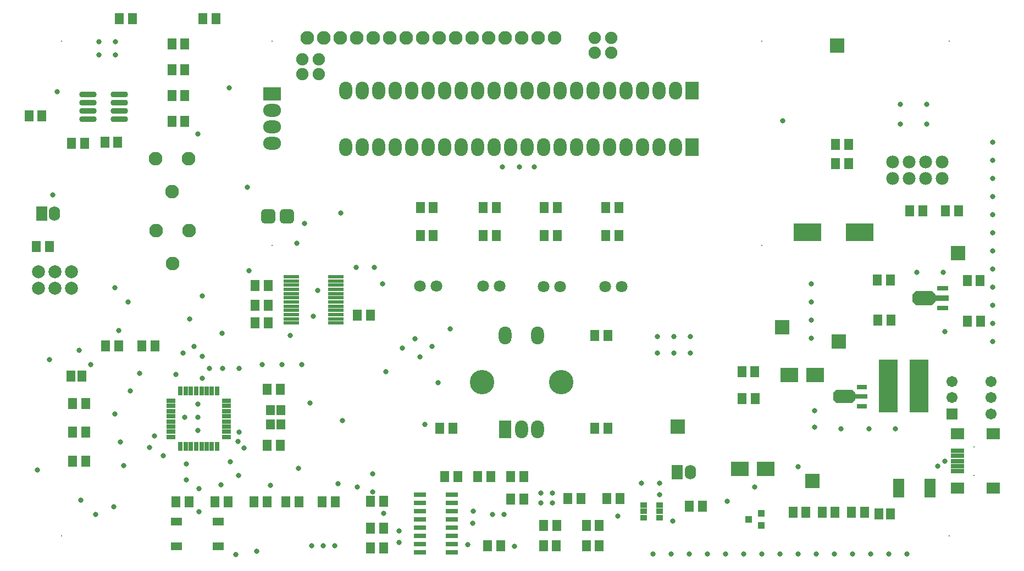
<source format=gts>
G04*
G04 #@! TF.GenerationSoftware,Altium Limited,CircuitMaker,2.2.1 (2.2.1.6)*
G04*
G04 Layer_Color=20142*
%FSLAX25Y25*%
%MOIN*%
G70*
G04*
G04 #@! TF.SameCoordinates,F28D2559-F737-4891-B1EB-476E9D30A9FA*
G04*
G04*
G04 #@! TF.FilePolarity,Negative*
G04*
G01*
G75*
%ADD45R,0.16548X0.10642*%
%ADD46R,0.05524X0.06509*%
%ADD47R,0.08280X0.06509*%
%ADD48R,0.08280X0.02768*%
%ADD49R,0.07493X0.03162*%
%ADD50R,0.09800X0.02300*%
%ADD51R,0.05800X0.03000*%
%ADD52R,0.10642X0.08674*%
%ADD53R,0.07099X0.03162*%
%ADD54R,0.08674X0.03556*%
G04:AMPARAMS|DCode=55|XSize=86.74mil|YSize=141.86mil|CornerRadius=0mil|HoleSize=0mil|Usage=FLASHONLY|Rotation=270.000|XOffset=0mil|YOffset=0mil|HoleType=Round|Shape=Octagon|*
%AMOCTAGOND55*
4,1,8,0.07093,0.02168,0.07093,-0.02168,0.04924,-0.04337,-0.04924,-0.04337,-0.07093,-0.02168,-0.07093,0.02168,-0.04924,0.04337,0.04924,0.04337,0.07093,0.02168,0.0*
%
%ADD55OCTAGOND55*%

%ADD56R,0.03000X0.05800*%
G04:AMPARAMS|DCode=57|XSize=88mil|YSize=88mil|CornerRadius=24mil|HoleSize=0mil|Usage=FLASHONLY|Rotation=0.000|XOffset=0mil|YOffset=0mil|HoleType=Round|Shape=RoundedRectangle|*
%AMROUNDEDRECTD57*
21,1,0.08800,0.04000,0,0,0.0*
21,1,0.04000,0.08800,0,0,0.0*
1,1,0.04800,0.02000,-0.02000*
1,1,0.04800,-0.02000,-0.02000*
1,1,0.04800,-0.02000,0.02000*
1,1,0.04800,0.02000,0.02000*
%
%ADD57ROUNDEDRECTD57*%
%ADD58R,0.04343X0.03359*%
%ADD59R,0.08674X0.08674*%
%ADD60R,0.05328X0.06509*%
%ADD61R,0.06900X0.11700*%
%ADD62R,0.05328X0.06312*%
%ADD63R,0.07099X0.04737*%
%ADD64O,0.10642X0.03556*%
%ADD65R,0.04343X0.03950*%
%ADD66R,0.11430X0.32296*%
%ADD67R,0.06312X0.03162*%
%ADD68R,0.07887X0.03162*%
G04:AMPARAMS|DCode=69|XSize=82.8mil|YSize=133.98mil|CornerRadius=0mil|HoleSize=0mil|Usage=FLASHONLY|Rotation=270.000|XOffset=0mil|YOffset=0mil|HoleType=Round|Shape=Octagon|*
%AMOCTAGOND69*
4,1,8,0.06699,0.02070,0.06699,-0.02070,0.04629,-0.04140,-0.04629,-0.04140,-0.06699,-0.02070,-0.06699,0.02070,-0.04629,0.04140,0.04629,0.04140,0.06699,0.02070,0.0*
%
%ADD69OCTAGOND69*%

%ADD70C,0.00800*%
%ADD71C,0.07099*%
%ADD72O,0.07887X0.10800*%
%ADD73R,0.07887X0.10800*%
%ADD74C,0.07493*%
%ADD75O,0.07800X0.10800*%
%ADD76C,0.14800*%
%ADD77R,0.07800X0.10800*%
%ADD78C,0.08300*%
%ADD79C,0.07887*%
%ADD80R,0.06800X0.08800*%
%ADD81O,0.06800X0.08800*%
%ADD82O,0.10800X0.07887*%
%ADD83R,0.10800X0.07887*%
%ADD84C,0.07800*%
%ADD85C,0.06706*%
%ADD86R,0.06706X0.06706*%
%ADD87C,0.03300*%
D45*
X1114257Y459109D02*
D03*
X1082761D02*
D03*
D46*
X825637Y295855D02*
D03*
X817763D02*
D03*
X796179Y295738D02*
D03*
X788305D02*
D03*
X774285Y295706D02*
D03*
X766411D02*
D03*
X1099700Y500915D02*
D03*
X1107574D02*
D03*
X747626Y427000D02*
D03*
X755500D02*
D03*
X953763Y396620D02*
D03*
X961637D02*
D03*
X746911Y295701D02*
D03*
X754785D02*
D03*
X882660Y310980D02*
D03*
X890534D02*
D03*
X910584D02*
D03*
X902710D02*
D03*
Y297206D02*
D03*
X910584D02*
D03*
X862610Y310980D02*
D03*
X870484D02*
D03*
X825637Y279500D02*
D03*
X817763D02*
D03*
X699715Y295701D02*
D03*
X707589D02*
D03*
X723313D02*
D03*
X731187D02*
D03*
X614911Y450669D02*
D03*
X622785D02*
D03*
X665263Y588880D02*
D03*
X673137D02*
D03*
X723783Y588880D02*
D03*
X715909D02*
D03*
X1099700Y512500D02*
D03*
X1107574D02*
D03*
X1144600Y472300D02*
D03*
X1152474D02*
D03*
X1174237D02*
D03*
X1166363D02*
D03*
X1179563Y429800D02*
D03*
X1187437D02*
D03*
X1179663Y405400D02*
D03*
X1187537D02*
D03*
X1132937Y430100D02*
D03*
X1125063D02*
D03*
X1133137Y406000D02*
D03*
X1125263D02*
D03*
X968811Y297534D02*
D03*
X960937D02*
D03*
X817763Y267619D02*
D03*
X825637D02*
D03*
X948543Y268800D02*
D03*
X956417D02*
D03*
X953763Y340420D02*
D03*
X961637D02*
D03*
X859763Y340270D02*
D03*
X867637D02*
D03*
X968182Y457200D02*
D03*
X960308D02*
D03*
X930782D02*
D03*
X922908D02*
D03*
X893982D02*
D03*
X886108D02*
D03*
X855728D02*
D03*
X847854D02*
D03*
X747626Y404400D02*
D03*
X755500D02*
D03*
X747626Y414900D02*
D03*
X755500D02*
D03*
X1073782Y289129D02*
D03*
X1081656Y289129D02*
D03*
X809663Y408900D02*
D03*
X817537D02*
D03*
X1043110Y358102D02*
D03*
X1050984D02*
D03*
X656563Y513954D02*
D03*
X664437D02*
D03*
X1117160Y289129D02*
D03*
X1109286D02*
D03*
X697163Y526646D02*
D03*
X705037D02*
D03*
X697163Y573546D02*
D03*
X705037D02*
D03*
X636263Y513354D02*
D03*
X644137D02*
D03*
X930782Y474289D02*
D03*
X922908D02*
D03*
X705037Y542280D02*
D03*
X697163D02*
D03*
Y557913D02*
D03*
X705037D02*
D03*
X618373Y529880D02*
D03*
X610499D02*
D03*
X893982Y474289D02*
D03*
X886108D02*
D03*
X855728D02*
D03*
X847854D02*
D03*
X968182D02*
D03*
X960308D02*
D03*
X679111Y390299D02*
D03*
X686985D02*
D03*
X664785Y390247D02*
D03*
X656911D02*
D03*
X888765Y268800D02*
D03*
X896639D02*
D03*
X1091534Y289129D02*
D03*
X1099408D02*
D03*
X755062Y330000D02*
D03*
X762936D02*
D03*
X644785Y320399D02*
D03*
X636911D02*
D03*
X755062Y364004D02*
D03*
X762936D02*
D03*
X644785Y337861D02*
D03*
X636911D02*
D03*
X922538Y268800D02*
D03*
X930412D02*
D03*
X948543Y281267D02*
D03*
X956417D02*
D03*
X930637D02*
D03*
X922763D02*
D03*
X644785Y355323D02*
D03*
X636911D02*
D03*
X1011063Y293067D02*
D03*
X1018937D02*
D03*
X945189Y297534D02*
D03*
X937315D02*
D03*
X1042861Y374471D02*
D03*
X1050735D02*
D03*
D47*
X1173473Y303865D02*
D03*
X1195127D02*
D03*
X1195127Y336935D02*
D03*
X1173473D02*
D03*
D48*
Y326699D02*
D03*
Y323550D02*
D03*
Y320400D02*
D03*
Y317250D02*
D03*
Y314101D02*
D03*
D49*
X867046Y264800D02*
D03*
Y269800D02*
D03*
Y274800D02*
D03*
Y279800D02*
D03*
Y284800D02*
D03*
Y289800D02*
D03*
Y294800D02*
D03*
Y299800D02*
D03*
X847754Y264800D02*
D03*
Y269800D02*
D03*
Y274800D02*
D03*
Y279800D02*
D03*
Y284800D02*
D03*
Y289800D02*
D03*
Y294800D02*
D03*
Y299800D02*
D03*
D50*
X796700Y404125D02*
D03*
Y406684D02*
D03*
Y409243D02*
D03*
Y411802D02*
D03*
Y414361D02*
D03*
Y416920D02*
D03*
Y419479D02*
D03*
Y422038D02*
D03*
Y424597D02*
D03*
Y427156D02*
D03*
Y429715D02*
D03*
Y432274D02*
D03*
X769700D02*
D03*
Y429715D02*
D03*
Y427156D02*
D03*
Y424597D02*
D03*
Y422038D02*
D03*
Y419479D02*
D03*
Y416920D02*
D03*
Y414361D02*
D03*
Y411802D02*
D03*
Y409243D02*
D03*
Y406684D02*
D03*
Y404125D02*
D03*
D51*
X730441Y338112D02*
D03*
Y334912D02*
D03*
Y341212D02*
D03*
Y344412D02*
D03*
X730441Y347587D02*
D03*
X730441Y350736D02*
D03*
X730441Y353886D02*
D03*
X730441Y357035D02*
D03*
X696641D02*
D03*
X696641Y353886D02*
D03*
X696641Y350736D02*
D03*
X696641Y347587D02*
D03*
X696641Y344412D02*
D03*
X696641Y341212D02*
D03*
Y338112D02*
D03*
Y334912D02*
D03*
D52*
X1041626Y315500D02*
D03*
X1057374D02*
D03*
X1071478Y372699D02*
D03*
X1087226D02*
D03*
D53*
X1164674Y413394D02*
D03*
Y425206D02*
D03*
D54*
X1163887Y419300D02*
D03*
D55*
X1153257D02*
D03*
D56*
X724565Y362912D02*
D03*
X721415D02*
D03*
X718265D02*
D03*
X715116D02*
D03*
X711941D02*
D03*
X708741D02*
D03*
X705641D02*
D03*
X702441D02*
D03*
Y329112D02*
D03*
X705641D02*
D03*
X708741D02*
D03*
X711941D02*
D03*
X715116D02*
D03*
X718266D02*
D03*
X721415D02*
D03*
X724565D02*
D03*
D57*
X767072Y468900D02*
D03*
X755515D02*
D03*
D58*
X983355Y286060D02*
D03*
Y289800D02*
D03*
Y293540D02*
D03*
X992804D02*
D03*
Y289800D02*
D03*
Y286060D02*
D03*
D59*
X1067301Y401451D02*
D03*
X1085500Y308300D02*
D03*
X1003900Y341300D02*
D03*
X1100700Y572700D02*
D03*
X1174000Y446431D02*
D03*
X1101500Y392846D02*
D03*
D60*
X1132845Y288145D02*
D03*
X1125955D02*
D03*
X635828Y371800D02*
D03*
X642718D02*
D03*
D61*
X1138000Y304069D02*
D03*
X1156800D02*
D03*
D62*
X763202Y342615D02*
D03*
X756902Y342614D02*
D03*
Y351276D02*
D03*
X763202Y351276D02*
D03*
D63*
X700008Y283432D02*
D03*
X725205D02*
D03*
X700008Y268472D02*
D03*
X725205D02*
D03*
D64*
X646154Y542853D02*
D03*
Y537854D02*
D03*
Y532854D02*
D03*
Y527854D02*
D03*
X665446Y542854D02*
D03*
Y537854D02*
D03*
Y532854D02*
D03*
Y527854D02*
D03*
D65*
X1046817Y284880D02*
D03*
X1054691Y288621D02*
D03*
Y281140D02*
D03*
D66*
X1150253Y365848D02*
D03*
X1131749D02*
D03*
D67*
X1115581Y353542D02*
D03*
Y365354D02*
D03*
D68*
X1114794Y359448D02*
D03*
D69*
X1104951D02*
D03*
D70*
X1183513Y311739D02*
D03*
Y329061D02*
D03*
X630200Y275000D02*
D03*
X1168700D02*
D03*
Y575100D02*
D03*
X630200D02*
D03*
X1054900Y451394D02*
D03*
Y575394D02*
D03*
X757900Y451394D02*
D03*
Y575394D02*
D03*
D71*
X960000Y426400D02*
D03*
X970000D02*
D03*
X922600Y426100D02*
D03*
X932600D02*
D03*
X847546Y426700D02*
D03*
X857546D02*
D03*
X885800D02*
D03*
X895800D02*
D03*
D72*
X802754Y511000D02*
D03*
X812754D02*
D03*
X822754D02*
D03*
X832754D02*
D03*
X842754D02*
D03*
X852754D02*
D03*
X952754D02*
D03*
X882754D02*
D03*
X872754D02*
D03*
X862754D02*
D03*
X942754D02*
D03*
X932754D02*
D03*
X922754D02*
D03*
X912754D02*
D03*
X902754D02*
D03*
X962754D02*
D03*
X972754D02*
D03*
X982754D02*
D03*
X992754D02*
D03*
X1002754D02*
D03*
X892754D02*
D03*
X802700Y545300D02*
D03*
X812700D02*
D03*
X822700D02*
D03*
X832700D02*
D03*
X842700D02*
D03*
X852700D02*
D03*
X952700D02*
D03*
X892700D02*
D03*
X882700D02*
D03*
X872700D02*
D03*
X862700D02*
D03*
X942700D02*
D03*
X932700D02*
D03*
X922700D02*
D03*
X912700D02*
D03*
X902700D02*
D03*
X962700D02*
D03*
X972700D02*
D03*
X982700D02*
D03*
X992700D02*
D03*
X1002700D02*
D03*
D73*
X1012754Y511000D02*
D03*
X1012700Y545300D02*
D03*
D74*
X776275Y555260D02*
D03*
X786275D02*
D03*
X786225Y564240D02*
D03*
X776225D02*
D03*
X953775Y577260D02*
D03*
X963775D02*
D03*
X963725Y568240D02*
D03*
X953725D02*
D03*
D75*
X919043Y396643D02*
D03*
X899357D02*
D03*
X909200Y339557D02*
D03*
X919043D02*
D03*
D76*
X933200Y368100D02*
D03*
X885200D02*
D03*
D77*
X899357Y339557D02*
D03*
D78*
X687629Y460229D02*
D03*
X697630Y440229D02*
D03*
X707629Y460229D02*
D03*
X687399Y503800D02*
D03*
X697400Y483800D02*
D03*
X707399Y503800D02*
D03*
X929400Y577394D02*
D03*
X919400D02*
D03*
X909400D02*
D03*
X899400D02*
D03*
X889400D02*
D03*
X879400D02*
D03*
X869400D02*
D03*
X859400D02*
D03*
X849400D02*
D03*
X839400D02*
D03*
X829400D02*
D03*
X819400D02*
D03*
X809400D02*
D03*
X799400D02*
D03*
X789400D02*
D03*
X779400D02*
D03*
D79*
X626206Y425252D02*
D03*
Y435252D02*
D03*
X616206D02*
D03*
Y425252D02*
D03*
X636206Y435252D02*
D03*
X636206Y425252D02*
D03*
D80*
X618163Y470500D02*
D03*
X1003737Y313700D02*
D03*
D81*
X626037Y470500D02*
D03*
X1011611Y313700D02*
D03*
D82*
X757800Y513400D02*
D03*
Y523400D02*
D03*
Y533400D02*
D03*
D83*
Y543400D02*
D03*
D84*
X1134300Y491800D02*
D03*
X1144300D02*
D03*
X1154300D02*
D03*
X1164300D02*
D03*
Y501800D02*
D03*
X1154300D02*
D03*
X1144300D02*
D03*
X1134300D02*
D03*
D85*
X1193891Y368743D02*
D03*
Y358900D02*
D03*
Y349057D02*
D03*
X1170269Y368743D02*
D03*
Y358900D02*
D03*
D86*
Y349057D02*
D03*
D87*
X993000Y299800D02*
D03*
X1050700Y304600D02*
D03*
X1166000Y320400D02*
D03*
X1161600Y317400D02*
D03*
X798000Y306500D02*
D03*
X847500Y383500D02*
D03*
X855000Y390000D02*
D03*
X917000Y499000D02*
D03*
X908000D02*
D03*
X897500D02*
D03*
X866000Y400500D02*
D03*
X773000Y452500D02*
D03*
X769000Y396500D02*
D03*
X782948Y408130D02*
D03*
X796000Y269000D02*
D03*
X789000D02*
D03*
X782000D02*
D03*
X835000Y271000D02*
D03*
Y278000D02*
D03*
X891500Y288000D02*
D03*
X898500D02*
D03*
X876500Y269500D02*
D03*
X905000Y268500D02*
D03*
X819000Y312500D02*
D03*
X809500Y304500D02*
D03*
X819000Y301500D02*
D03*
X825500Y288500D02*
D03*
X879500Y282500D02*
D03*
X880000Y290000D02*
D03*
X741000Y328250D02*
D03*
X737407Y332275D02*
D03*
X1000000Y264000D02*
D03*
X663000Y575000D02*
D03*
X1195000Y415000D02*
D03*
Y404000D02*
D03*
Y393000D02*
D03*
X1085000Y417000D02*
D03*
Y406000D02*
D03*
Y395000D02*
D03*
Y428000D02*
D03*
X1195000Y426000D02*
D03*
Y437000D02*
D03*
Y448000D02*
D03*
Y459000D02*
D03*
Y470000D02*
D03*
Y481000D02*
D03*
Y492000D02*
D03*
Y503000D02*
D03*
Y514000D02*
D03*
X1044000Y264000D02*
D03*
X1033000D02*
D03*
X1055000D02*
D03*
X1066000D02*
D03*
X1077000D02*
D03*
X1088000D02*
D03*
X1099000D02*
D03*
X1110000D02*
D03*
X1121000D02*
D03*
X1132000D02*
D03*
X1143000D02*
D03*
X989000D02*
D03*
X1011000D02*
D03*
X1022000D02*
D03*
X1139000Y525000D02*
D03*
X1155000D02*
D03*
X1139000Y537000D02*
D03*
X1155000D02*
D03*
X991500Y386000D02*
D03*
X1001500D02*
D03*
X1011500D02*
D03*
Y396000D02*
D03*
X1001500D02*
D03*
X991500D02*
D03*
X663000Y567000D02*
D03*
X653000Y575000D02*
D03*
Y567000D02*
D03*
X820000Y438000D02*
D03*
X809000D02*
D03*
X1165000Y435000D02*
D03*
X1149000D02*
D03*
X1166000Y399000D02*
D03*
X1087000Y341000D02*
D03*
Y351000D02*
D03*
X1136000Y340000D02*
D03*
X1103000D02*
D03*
X1120000D02*
D03*
X1034000Y296000D02*
D03*
X1077000Y317000D02*
D03*
X928000Y295000D02*
D03*
X921000D02*
D03*
X928000Y301000D02*
D03*
X921000D02*
D03*
X993000Y307000D02*
D03*
X982000D02*
D03*
X1001000Y284000D02*
D03*
X764000Y379000D02*
D03*
X752000D02*
D03*
X776000D02*
D03*
X705000Y347000D02*
D03*
X713000Y339000D02*
D03*
Y347000D02*
D03*
Y355000D02*
D03*
X744000Y436000D02*
D03*
X727500Y398000D02*
D03*
X738000Y338000D02*
D03*
X844500Y394500D02*
D03*
X757000Y305500D02*
D03*
X648000Y379000D02*
D03*
X715500Y384000D02*
D03*
Y370500D02*
D03*
X720000Y376500D02*
D03*
X704000Y386000D02*
D03*
X699500Y373000D02*
D03*
X710500Y390000D02*
D03*
X748500Y265500D02*
D03*
X732500Y320000D02*
D03*
X737500Y311500D02*
D03*
X736000Y263500D02*
D03*
X706000Y309000D02*
D03*
Y318500D02*
D03*
X727000Y306000D02*
D03*
X715518Y420518D02*
D03*
X662500Y425500D02*
D03*
X708000Y406500D02*
D03*
X623000Y382000D02*
D03*
X641000Y387500D02*
D03*
X699715Y295701D02*
D03*
X642000Y296500D02*
D03*
X665000Y399500D02*
D03*
X728000Y376500D02*
D03*
X670500Y417000D02*
D03*
X713000Y519000D02*
D03*
X713500Y289500D02*
D03*
X777779Y464588D02*
D03*
X800500Y345000D02*
D03*
X781000Y355500D02*
D03*
X774000Y316000D02*
D03*
X713500Y303500D02*
D03*
X858500Y368000D02*
D03*
X799500Y471000D02*
D03*
X662500Y349000D02*
D03*
X850500Y342500D02*
D03*
X827000Y374500D02*
D03*
X785500Y424000D02*
D03*
X837000Y389000D02*
D03*
X825000Y428000D02*
D03*
X686500Y335500D02*
D03*
X672000Y363000D02*
D03*
X615500Y315000D02*
D03*
X683500Y328500D02*
D03*
X666000Y332000D02*
D03*
X651000Y288000D02*
D03*
X668000Y317500D02*
D03*
X692000Y323500D02*
D03*
X662000Y292500D02*
D03*
X743000Y486500D02*
D03*
X738000Y376500D02*
D03*
X677500Y373500D02*
D03*
X1067500Y527000D02*
D03*
X732000Y547000D02*
D03*
X625000Y482000D02*
D03*
X627500Y544500D02*
D03*
X967500Y287000D02*
D03*
M02*

</source>
